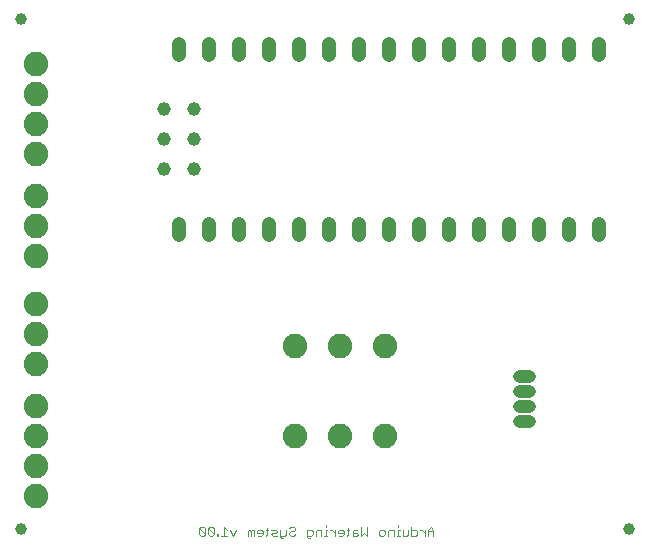
<source format=gbr>
G04 EAGLE Gerber X2 export*
%TF.Part,Single*%
%TF.FileFunction,Soldermask,Bot,1*%
%TF.FilePolarity,Negative*%
%TF.GenerationSoftware,Autodesk,EAGLE,8.7.0*%
%TF.CreationDate,2018-03-25T19:34:28Z*%
G75*
%MOMM*%
%FSLAX34Y34*%
%LPD*%
%AMOC8*
5,1,8,0,0,1.08239X$1,22.5*%
G01*
%ADD10C,1.003200*%
%ADD11C,0.076200*%
%ADD12C,1.117600*%
%ADD13C,2.082800*%
%ADD14C,1.163200*%
%ADD15C,1.163200*%


D10*
X38100Y469900D03*
X552450Y469900D03*
X552450Y38100D03*
X38100Y38100D03*
D11*
X386969Y37808D02*
X386969Y32893D01*
X386969Y37808D02*
X384512Y40265D01*
X382054Y37808D01*
X382054Y32893D01*
X382054Y36579D02*
X386969Y36579D01*
X379485Y37808D02*
X379485Y32893D01*
X379485Y35350D02*
X377027Y37808D01*
X375799Y37808D01*
X368333Y40265D02*
X368333Y32893D01*
X372019Y32893D01*
X373248Y34122D01*
X373248Y36579D01*
X372019Y37808D01*
X368333Y37808D01*
X365764Y37808D02*
X365764Y34122D01*
X364535Y32893D01*
X360849Y32893D01*
X360849Y37808D01*
X358280Y37808D02*
X357051Y37808D01*
X357051Y32893D01*
X358280Y32893D02*
X355822Y32893D01*
X357051Y40265D02*
X357051Y41494D01*
X353290Y37808D02*
X353290Y32893D01*
X353290Y37808D02*
X349604Y37808D01*
X348375Y36579D01*
X348375Y32893D01*
X344577Y32893D02*
X342120Y32893D01*
X340891Y34122D01*
X340891Y36579D01*
X342120Y37808D01*
X344577Y37808D01*
X345806Y36579D01*
X345806Y34122D01*
X344577Y32893D01*
X330838Y32893D02*
X330838Y40265D01*
X328380Y35350D02*
X330838Y32893D01*
X328380Y35350D02*
X325923Y32893D01*
X325923Y40265D01*
X322125Y37808D02*
X319668Y37808D01*
X318439Y36579D01*
X318439Y32893D01*
X322125Y32893D01*
X323354Y34122D01*
X322125Y35350D01*
X318439Y35350D01*
X314641Y34122D02*
X314641Y39037D01*
X314641Y34122D02*
X313412Y32893D01*
X313412Y37808D02*
X315870Y37808D01*
X309651Y32893D02*
X307194Y32893D01*
X309651Y32893D02*
X310880Y34122D01*
X310880Y36579D01*
X309651Y37808D01*
X307194Y37808D01*
X305965Y36579D01*
X305965Y35350D01*
X310880Y35350D01*
X303396Y32893D02*
X303396Y37808D01*
X300939Y37808D02*
X303396Y35350D01*
X300939Y37808D02*
X299710Y37808D01*
X297159Y37808D02*
X295930Y37808D01*
X295930Y32893D01*
X294702Y32893D02*
X297159Y32893D01*
X295930Y40265D02*
X295930Y41494D01*
X292170Y37808D02*
X292170Y32893D01*
X292170Y37808D02*
X288484Y37808D01*
X287255Y36579D01*
X287255Y32893D01*
X282228Y30436D02*
X280999Y30436D01*
X279771Y31664D01*
X279771Y37808D01*
X283457Y37808D01*
X284686Y36579D01*
X284686Y34122D01*
X283457Y32893D01*
X279771Y32893D01*
X266031Y40265D02*
X264802Y39037D01*
X266031Y40265D02*
X268489Y40265D01*
X269717Y39037D01*
X269717Y37808D01*
X268489Y36579D01*
X266031Y36579D01*
X264802Y35350D01*
X264802Y34122D01*
X266031Y32893D01*
X268489Y32893D01*
X269717Y34122D01*
X262233Y34122D02*
X262233Y37808D01*
X262233Y34122D02*
X261004Y32893D01*
X257318Y32893D01*
X257318Y31664D02*
X257318Y37808D01*
X257318Y31664D02*
X258547Y30436D01*
X259776Y30436D01*
X254749Y32893D02*
X251063Y32893D01*
X249834Y34122D01*
X251063Y35350D01*
X253520Y35350D01*
X254749Y36579D01*
X253520Y37808D01*
X249834Y37808D01*
X246036Y39037D02*
X246036Y34122D01*
X244807Y32893D01*
X244807Y37808D02*
X247265Y37808D01*
X241047Y32893D02*
X238589Y32893D01*
X241047Y32893D02*
X242275Y34122D01*
X242275Y36579D01*
X241047Y37808D01*
X238589Y37808D01*
X237361Y36579D01*
X237361Y35350D01*
X242275Y35350D01*
X234791Y32893D02*
X234791Y37808D01*
X233563Y37808D01*
X232334Y36579D01*
X232334Y32893D01*
X232334Y36579D02*
X231105Y37808D01*
X229876Y36579D01*
X229876Y32893D01*
X219823Y37808D02*
X217365Y32893D01*
X214908Y37808D01*
X212339Y37808D02*
X209881Y40265D01*
X209881Y32893D01*
X207424Y32893D02*
X212339Y32893D01*
X204855Y32893D02*
X204855Y34122D01*
X203626Y34122D01*
X203626Y32893D01*
X204855Y32893D01*
X201113Y34122D02*
X201113Y39037D01*
X199884Y40265D01*
X197426Y40265D01*
X196198Y39037D01*
X196198Y34122D01*
X197426Y32893D01*
X199884Y32893D01*
X201113Y34122D01*
X196198Y39037D01*
X193628Y39037D02*
X193628Y34122D01*
X193628Y39037D02*
X192400Y40265D01*
X189942Y40265D01*
X188714Y39037D01*
X188714Y34122D01*
X189942Y32893D01*
X192400Y32893D01*
X193628Y34122D01*
X188714Y39037D01*
D12*
X458978Y142875D02*
X468122Y142875D01*
X468122Y130175D02*
X458978Y130175D01*
X458978Y155575D02*
X468122Y155575D01*
X468122Y168275D02*
X458978Y168275D01*
D13*
X50800Y355600D03*
X50800Y381000D03*
X50800Y406400D03*
X50800Y431800D03*
X50800Y66675D03*
X50800Y92075D03*
X50800Y117475D03*
X50800Y142875D03*
X307975Y193675D03*
X307975Y117475D03*
X269875Y193675D03*
X269875Y117475D03*
X346075Y193675D03*
X346075Y117475D03*
X50800Y269875D03*
X50800Y295275D03*
X50800Y320675D03*
D14*
X171450Y296900D02*
X171450Y287300D01*
X196850Y287300D02*
X196850Y296900D01*
X222250Y296900D02*
X222250Y287300D01*
X247650Y287300D02*
X247650Y296900D01*
X273050Y296900D02*
X273050Y287300D01*
X298450Y287300D02*
X298450Y296900D01*
X323850Y296900D02*
X323850Y287300D01*
X349250Y287300D02*
X349250Y296900D01*
X374650Y296900D02*
X374650Y287300D01*
X400050Y287300D02*
X400050Y296900D01*
X425450Y296900D02*
X425450Y287300D01*
X450850Y287300D02*
X450850Y296900D01*
X171450Y439700D02*
X171450Y449300D01*
X196850Y449300D02*
X196850Y439700D01*
X222250Y439700D02*
X222250Y449300D01*
X374650Y449300D02*
X374650Y439700D01*
X400050Y439700D02*
X400050Y449300D01*
X425450Y449300D02*
X425450Y439700D01*
X450850Y439700D02*
X450850Y449300D01*
X527050Y449300D02*
X527050Y439700D01*
X527050Y296900D02*
X527050Y287300D01*
X501650Y287300D02*
X501650Y296900D01*
X476250Y296900D02*
X476250Y287300D01*
X501650Y439700D02*
X501650Y449300D01*
X476250Y449300D02*
X476250Y439700D01*
X247650Y439700D02*
X247650Y449300D01*
D15*
X184150Y393700D03*
X184150Y368300D03*
X184150Y342900D03*
D14*
X349250Y439700D02*
X349250Y449300D01*
X323850Y449300D02*
X323850Y439700D01*
X298450Y439700D02*
X298450Y449300D01*
X273050Y449300D02*
X273050Y439700D01*
D15*
X158750Y393700D03*
X158750Y368300D03*
X158750Y342900D03*
D13*
X50800Y177800D03*
X50800Y203200D03*
X50800Y228600D03*
M02*

</source>
